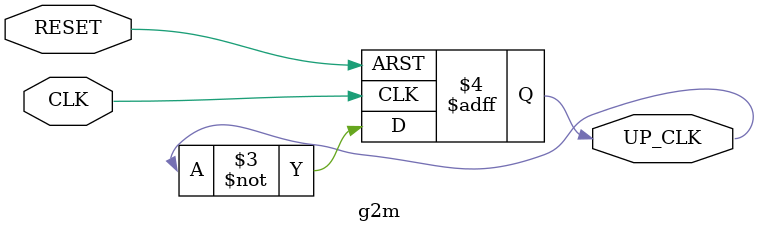
<source format=v>

module g2m(
  input CLK,
  input RESET,
  output reg UP_CLK);
    
  always@(posedge RESET or posedge CLK)
  begin
    if(RESET == 1)
        UP_CLK = 0;
    else
        UP_CLK = ~UP_CLK;
  end
    
endmodule
</source>
